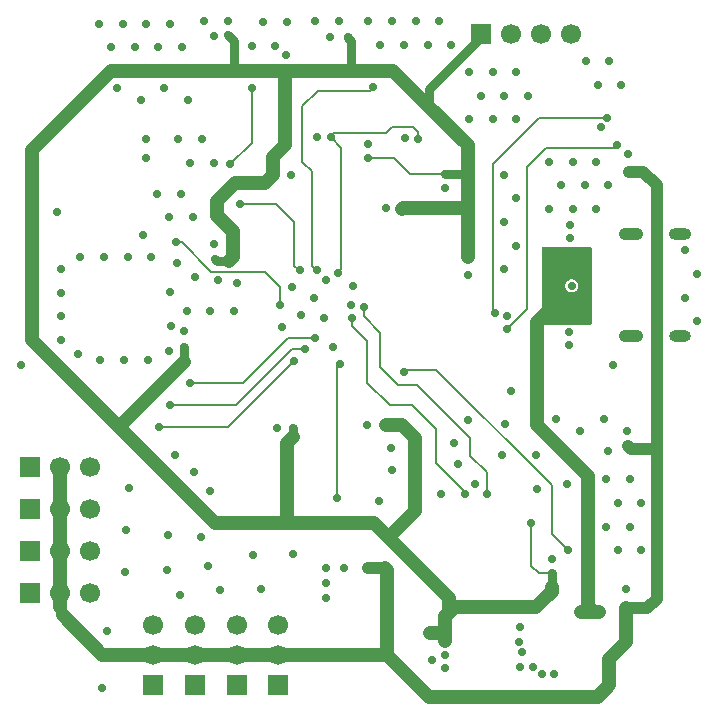
<source format=gbl>
G04 #@! TF.GenerationSoftware,KiCad,Pcbnew,9.0.4*
G04 #@! TF.CreationDate,2025-09-13T12:43:22+05:30*
G04 #@! TF.ProjectId,Udayate,55646179-6174-4652-9e6b-696361645f70,1*
G04 #@! TF.SameCoordinates,Original*
G04 #@! TF.FileFunction,Copper,L4,Bot*
G04 #@! TF.FilePolarity,Positive*
%FSLAX46Y46*%
G04 Gerber Fmt 4.6, Leading zero omitted, Abs format (unit mm)*
G04 Created by KiCad (PCBNEW 9.0.4) date 2025-09-13 12:43:22*
%MOMM*%
%LPD*%
G01*
G04 APERTURE LIST*
G04 #@! TA.AperFunction,ComponentPad*
%ADD10R,1.700000X1.700000*%
G04 #@! TD*
G04 #@! TA.AperFunction,ComponentPad*
%ADD11C,1.700000*%
G04 #@! TD*
G04 #@! TA.AperFunction,ComponentPad*
%ADD12O,2.100000X1.050000*%
G04 #@! TD*
G04 #@! TA.AperFunction,ComponentPad*
%ADD13O,1.850000X0.950000*%
G04 #@! TD*
G04 #@! TA.AperFunction,ComponentPad*
%ADD14O,1.900000X1.000000*%
G04 #@! TD*
G04 #@! TA.AperFunction,ViaPad*
%ADD15C,0.730000*%
G04 #@! TD*
G04 #@! TA.AperFunction,ViaPad*
%ADD16C,0.700000*%
G04 #@! TD*
G04 #@! TA.AperFunction,ViaPad*
%ADD17C,0.710000*%
G04 #@! TD*
G04 #@! TA.AperFunction,Conductor*
%ADD18C,1.200000*%
G04 #@! TD*
G04 #@! TA.AperFunction,Conductor*
%ADD19C,0.800000*%
G04 #@! TD*
G04 #@! TA.AperFunction,Conductor*
%ADD20C,0.200000*%
G04 #@! TD*
G04 #@! TA.AperFunction,Conductor*
%ADD21C,1.000000*%
G04 #@! TD*
G04 APERTURE END LIST*
D10*
X138240000Y-129600000D03*
D11*
X138240000Y-127060000D03*
X138240000Y-124520000D03*
D10*
X120760000Y-121800000D03*
D11*
X123300000Y-121800000D03*
X125840000Y-121800000D03*
D10*
X158920000Y-74500000D03*
D11*
X161460000Y-74500000D03*
X164000000Y-74500000D03*
X166540000Y-74500000D03*
D10*
X134700000Y-129600000D03*
D11*
X134700000Y-127060000D03*
X134700000Y-124520000D03*
D10*
X120760000Y-118260000D03*
D11*
X123300000Y-118260000D03*
X125840000Y-118260000D03*
D10*
X131160000Y-129590000D03*
D11*
X131160000Y-127050000D03*
X131160000Y-124510000D03*
D10*
X120760000Y-111180000D03*
D11*
X123300000Y-111180000D03*
X125840000Y-111180000D03*
D12*
X171620000Y-100020000D03*
X171620000Y-91380000D03*
D13*
X175800000Y-100020000D03*
D14*
X175800000Y-91380000D03*
D10*
X120760000Y-114720000D03*
D11*
X123300000Y-114720000D03*
X125840000Y-114720000D03*
D10*
X141780000Y-129590000D03*
D11*
X141780000Y-127050000D03*
X141780000Y-124510000D03*
D15*
X123400000Y-96400000D03*
D16*
X136300000Y-92300000D03*
D15*
X160900000Y-90400000D03*
D16*
X151300000Y-109500000D03*
X141637500Y-107868750D03*
D15*
X159900000Y-81700000D03*
X155400000Y-73400000D03*
X176200000Y-96800000D03*
X132500000Y-90000000D03*
X132600000Y-73600000D03*
X143000000Y-118500000D03*
X167800000Y-76800000D03*
X133200000Y-93900000D03*
X156600000Y-109100000D03*
X132500000Y-101300000D03*
D16*
X171368750Y-84631250D03*
D15*
X132600000Y-96300000D03*
X157900000Y-77700000D03*
D16*
X145800000Y-122200000D03*
D15*
X172500000Y-114200000D03*
D16*
X164900000Y-118900000D03*
D15*
X137500000Y-73400000D03*
X154400000Y-75400000D03*
D16*
X126700000Y-102100000D03*
D15*
X135800000Y-119500000D03*
X146400000Y-101000000D03*
X149400000Y-83825000D03*
X153400000Y-73400000D03*
X161900000Y-92400000D03*
X167300000Y-108100000D03*
X170800000Y-78800000D03*
X144800000Y-96800000D03*
X158900000Y-79700000D03*
X140500000Y-73500000D03*
X162265000Y-128085000D03*
X145800000Y-95300000D03*
X136700000Y-95300000D03*
X128600000Y-73600000D03*
X133000000Y-110100000D03*
X150300000Y-114000000D03*
D16*
X146165000Y-74737500D03*
D15*
X171200000Y-121500000D03*
X131500000Y-88000000D03*
X160900000Y-94400000D03*
D16*
X120000000Y-102500000D03*
X162410000Y-126840000D03*
D15*
X172500000Y-118200000D03*
X132300000Y-119900000D03*
X139600000Y-118600000D03*
X141500000Y-75500000D03*
X134000000Y-97900000D03*
X147900000Y-97400000D03*
X133400000Y-122000000D03*
X132400000Y-116900000D03*
X145600000Y-98500000D03*
X142400000Y-76300000D03*
X171300000Y-108100000D03*
X168800000Y-78800000D03*
D16*
X154800000Y-127500000D03*
X142800000Y-86400000D03*
X157800000Y-94900000D03*
D15*
X133300000Y-83400000D03*
X135500000Y-73400000D03*
X145000000Y-83200000D03*
X161500000Y-104700000D03*
X163700000Y-113000000D03*
X136800000Y-121600000D03*
X128900000Y-116500000D03*
X156400000Y-75400000D03*
X128800000Y-120000000D03*
D16*
X145800000Y-121000000D03*
X155900000Y-127100000D03*
X166500000Y-91800000D03*
X166600000Y-95800000D03*
D15*
X146900000Y-73400000D03*
X165700000Y-87300000D03*
X155500000Y-113400000D03*
X138300000Y-95600000D03*
X136000000Y-97900000D03*
D16*
X150900000Y-89200000D03*
D15*
X159900000Y-77700000D03*
X131000000Y-93400000D03*
X168700000Y-89300000D03*
X168700000Y-85300000D03*
X169800000Y-76800000D03*
X136300000Y-85400000D03*
D16*
X166500000Y-90700000D03*
D15*
X150400000Y-75400000D03*
D16*
X162180000Y-126000000D03*
D15*
X142100000Y-99300000D03*
X135300000Y-83400000D03*
X162900000Y-79700000D03*
X160900000Y-79700000D03*
X126600000Y-73600000D03*
D16*
X130700000Y-102100000D03*
X149300000Y-107600000D03*
X136339000Y-74700000D03*
D15*
X130100000Y-80100000D03*
D16*
X170067500Y-102500000D03*
D15*
X157900000Y-81700000D03*
X169500000Y-112200000D03*
X157800000Y-107200000D03*
X166200000Y-112600000D03*
X143700000Y-98300000D03*
X160900000Y-86400000D03*
D16*
X151400000Y-111400000D03*
X123000000Y-89525000D03*
D15*
X134100000Y-80100000D03*
X131600000Y-75600000D03*
X132100000Y-79100000D03*
X161900000Y-81700000D03*
X127600000Y-75600000D03*
X165300000Y-107100000D03*
X130600000Y-73600000D03*
X169500000Y-116200000D03*
D16*
X130600000Y-85000000D03*
D15*
X133500000Y-88000000D03*
D16*
X163300000Y-128100000D03*
D15*
X129000000Y-93400000D03*
X123400000Y-100400000D03*
X164700000Y-85300000D03*
X169100000Y-82400000D03*
X176200000Y-92800000D03*
X166700000Y-89300000D03*
X177200000Y-94800000D03*
D16*
X130600000Y-83400000D03*
D15*
X149400000Y-73400000D03*
X157000000Y-110900000D03*
X132700000Y-99200000D03*
D16*
X155900000Y-87500000D03*
D15*
X126800000Y-129900000D03*
X171500000Y-112200000D03*
X125000000Y-93400000D03*
X129100000Y-112900000D03*
X134300000Y-85400000D03*
D16*
X124800000Y-101600000D03*
X133800000Y-99600000D03*
D15*
X161900000Y-88400000D03*
X170500000Y-114200000D03*
X134700000Y-95100000D03*
X152400000Y-75400000D03*
X134600000Y-111600000D03*
D16*
X152500000Y-83300000D03*
X165100000Y-128700000D03*
D15*
X161100000Y-98400000D03*
X140300000Y-121500000D03*
X127000000Y-93400000D03*
X148100000Y-95800000D03*
D16*
X130300000Y-91500000D03*
D15*
X142500000Y-73500000D03*
X144900000Y-73400000D03*
X138000000Y-97900000D03*
X177200000Y-98800000D03*
X170500000Y-118200000D03*
X164700000Y-89300000D03*
X127300000Y-125000000D03*
X169700000Y-87300000D03*
X162270000Y-124700000D03*
X161900000Y-77700000D03*
X123400000Y-94400000D03*
D16*
X166400000Y-99700000D03*
X164100000Y-128700000D03*
D15*
X151400000Y-73400000D03*
X129600000Y-75600000D03*
X133600000Y-75600000D03*
X128100000Y-79100000D03*
X139500000Y-75500000D03*
X169700000Y-109800000D03*
X163600000Y-110100000D03*
X134500000Y-90000000D03*
D16*
X145800000Y-119700000D03*
D15*
X135200000Y-117100000D03*
D16*
X155900000Y-128200000D03*
D15*
X158400000Y-112600000D03*
X161000000Y-107500000D03*
D16*
X166400000Y-100800000D03*
D15*
X171500000Y-116200000D03*
X123400000Y-98400000D03*
X142900000Y-95900000D03*
D16*
X147300000Y-119700000D03*
D15*
X160700000Y-110100000D03*
X166700000Y-85300000D03*
D16*
X128700000Y-102100000D03*
D15*
X169300000Y-107100000D03*
X136000000Y-113200000D03*
X167700000Y-87300000D03*
D17*
X142300000Y-77600000D03*
X153800000Y-79900000D03*
D16*
X152200000Y-89300000D03*
D17*
X134900000Y-77600000D03*
X163200000Y-115900000D03*
D16*
X157800000Y-93400000D03*
X143037500Y-107868750D03*
X155900000Y-125850000D03*
X133800000Y-101000000D03*
X154600000Y-125200000D03*
X136400000Y-93500000D03*
X155900000Y-124500000D03*
X155900000Y-86300000D03*
X164900000Y-120100000D03*
X125750000Y-79450000D03*
X150900000Y-107600000D03*
D15*
X142300000Y-81600000D03*
X141300000Y-86400000D03*
D16*
X137500000Y-74600000D03*
X149400000Y-85000000D03*
D17*
X120900000Y-87700000D03*
D16*
X147665000Y-74737500D03*
D17*
X153300000Y-114900000D03*
D16*
X141900000Y-97400000D03*
X133100000Y-92100000D03*
X143600000Y-94500000D03*
D17*
X138500000Y-88900000D03*
D16*
X166400000Y-98500000D03*
X166500000Y-94100000D03*
X166400000Y-97500000D03*
X168900000Y-123400000D03*
X167400000Y-123400000D03*
X164600000Y-95800000D03*
X166500000Y-93020000D03*
X166400000Y-130600000D03*
X150800000Y-121100000D03*
D17*
X171200000Y-123100000D03*
D16*
X171400000Y-109400000D03*
X150800000Y-119700000D03*
X150800000Y-122500000D03*
X149400000Y-119700000D03*
X167900000Y-130600000D03*
X171468750Y-86131250D03*
D17*
X152400000Y-103100000D03*
X166250000Y-118150000D03*
X170400000Y-83900000D03*
X161100000Y-99500000D03*
D16*
X146700000Y-113800000D03*
D17*
X147000000Y-102400000D03*
X144900000Y-100200000D03*
X134300000Y-104000000D03*
X131700000Y-107800000D03*
X143100000Y-102200000D03*
X144000000Y-101200000D03*
X132600000Y-105900000D03*
X160100000Y-98100000D03*
X169600000Y-81600000D03*
X149800000Y-79000000D03*
X145000000Y-94500000D03*
X139500000Y-79100000D03*
D15*
X137700000Y-85500000D03*
D17*
X149000000Y-97600000D03*
X159400000Y-113400000D03*
X157600000Y-113400000D03*
X148000000Y-98500000D03*
X153600000Y-83400000D03*
X146800000Y-94700000D03*
X146200000Y-83200000D03*
D18*
X155900000Y-123800000D02*
X156200000Y-123500000D01*
X128050000Y-107550000D02*
X120900000Y-100400000D01*
X147900000Y-77600000D02*
X142300000Y-77600000D01*
D19*
X138000000Y-75100000D02*
X138000000Y-77600000D01*
D18*
X152300000Y-89200000D02*
X152200000Y-89300000D01*
X149900000Y-115900000D02*
X151750000Y-117750000D01*
D20*
X163800000Y-120100000D02*
X164900000Y-120100000D01*
D19*
X143037500Y-108562500D02*
X143000000Y-108600000D01*
D18*
X154550000Y-80650000D02*
X153800000Y-79900000D01*
X141300000Y-84900000D02*
X141300000Y-86400000D01*
X156200000Y-122200000D02*
X156200000Y-123500000D01*
D19*
X158920000Y-74780000D02*
X154550000Y-79150000D01*
X155900000Y-86300000D02*
X157700000Y-86300000D01*
D18*
X137900000Y-93400000D02*
X137900000Y-91200000D01*
D20*
X163200000Y-115900000D02*
X163200000Y-119500000D01*
D18*
X120900000Y-84300000D02*
X125750000Y-79450000D01*
X134900000Y-77600000D02*
X127600000Y-77600000D01*
X136600000Y-89900000D02*
X136600000Y-88600000D01*
X155900000Y-124500000D02*
X155900000Y-125200000D01*
X142300000Y-77600000D02*
X138000000Y-77600000D01*
X140600000Y-87100000D02*
X141300000Y-86400000D01*
X138100000Y-87100000D02*
X140600000Y-87100000D01*
X120900000Y-87700000D02*
X120900000Y-84300000D01*
X157800000Y-86200000D02*
X157800000Y-83900000D01*
X136600000Y-88600000D02*
X138100000Y-87100000D01*
D20*
X149400000Y-85000000D02*
X151600000Y-85000000D01*
D19*
X136400000Y-93500000D02*
X136600000Y-93700000D01*
X147900000Y-75100000D02*
X147900000Y-77600000D01*
X143037500Y-107868750D02*
X143037500Y-108562500D01*
D18*
X153800000Y-79900000D02*
X151500000Y-77600000D01*
D20*
X163200000Y-119500000D02*
X163800000Y-120100000D01*
D18*
X137900000Y-91200000D02*
X136600000Y-89900000D01*
D19*
X157700000Y-86300000D02*
X157800000Y-86200000D01*
D18*
X157800000Y-93400000D02*
X157800000Y-89200000D01*
X153300000Y-108700000D02*
X152200000Y-107600000D01*
X120900000Y-100400000D02*
X120900000Y-87700000D01*
D20*
X151600000Y-85000000D02*
X152900000Y-86300000D01*
D18*
X151750000Y-117750000D02*
X151150000Y-117150000D01*
X152200000Y-107600000D02*
X150900000Y-107600000D01*
X127600000Y-77600000D02*
X125750000Y-79450000D01*
X164500000Y-122100000D02*
X164900000Y-121700000D01*
D19*
X158920000Y-74500000D02*
X158920000Y-74780000D01*
X154550000Y-79150000D02*
X154550000Y-80650000D01*
D18*
X156200000Y-123500000D02*
X156700000Y-123000000D01*
D20*
X152900000Y-86300000D02*
X155900000Y-86300000D01*
D18*
X142500000Y-109100000D02*
X143000000Y-108600000D01*
X161900000Y-123000000D02*
X163600000Y-123000000D01*
X163600000Y-123000000D02*
X164500000Y-122100000D01*
X128550000Y-107550000D02*
X128050000Y-107550000D01*
X151500000Y-77600000D02*
X147900000Y-77600000D01*
X151150000Y-117150000D02*
X151150000Y-117050000D01*
X151150000Y-117050000D02*
X153300000Y-114900000D01*
X133800000Y-102300000D02*
X128550000Y-107550000D01*
X154600000Y-125200000D02*
X155900000Y-125200000D01*
X151750000Y-117750000D02*
X156200000Y-122200000D01*
X155900000Y-125200000D02*
X155900000Y-125850000D01*
X138000000Y-77600000D02*
X134900000Y-77600000D01*
X142500000Y-115600000D02*
X142500000Y-109100000D01*
X142300000Y-83900000D02*
X141300000Y-84900000D01*
X164900000Y-121700000D02*
X164900000Y-121300000D01*
D19*
X147665000Y-74737500D02*
X147665000Y-74865000D01*
D18*
X137600000Y-93700000D02*
X137900000Y-93400000D01*
X155900000Y-124500000D02*
X155900000Y-123800000D01*
D19*
X133800000Y-102300000D02*
X133800000Y-101000000D01*
X136600000Y-93700000D02*
X137600000Y-93700000D01*
D18*
X157800000Y-83900000D02*
X154550000Y-80650000D01*
X128050000Y-107550000D02*
X136400000Y-115900000D01*
X157800000Y-89200000D02*
X152300000Y-89200000D01*
D19*
X137500000Y-74600000D02*
X138000000Y-75100000D01*
D18*
X157800000Y-89200000D02*
X157800000Y-86200000D01*
X156700000Y-123000000D02*
X161900000Y-123000000D01*
X153300000Y-114900000D02*
X153300000Y-108700000D01*
X142300000Y-77600000D02*
X142300000Y-83900000D01*
D19*
X147665000Y-74865000D02*
X147900000Y-75100000D01*
X164900000Y-120800000D02*
X164900000Y-120100000D01*
D18*
X136400000Y-115900000D02*
X149900000Y-115900000D01*
D20*
X140600000Y-94600000D02*
X136100000Y-94600000D01*
X141900000Y-95900000D02*
X140600000Y-94600000D01*
X136100000Y-94600000D02*
X133600000Y-92100000D01*
X133600000Y-92100000D02*
X133100000Y-92100000D01*
X141900000Y-97400000D02*
X141900000Y-95900000D01*
X138500000Y-88900000D02*
X141600000Y-88900000D01*
X141600000Y-88900000D02*
X143100000Y-90400000D01*
X143100000Y-90400000D02*
X143100000Y-94100000D01*
X143500000Y-94500000D02*
X143600000Y-94500000D01*
X143100000Y-94100000D02*
X143500000Y-94500000D01*
D18*
X168500000Y-123400000D02*
X168000000Y-122900000D01*
X163700000Y-98900000D02*
X164600000Y-98000000D01*
X163700000Y-107600000D02*
X163700000Y-98900000D01*
X166400000Y-98000000D02*
X166400000Y-98500000D01*
X166400000Y-98000000D02*
X166400000Y-97500000D01*
X168000000Y-111900000D02*
X163700000Y-107600000D01*
X168000000Y-122900000D02*
X168000000Y-111900000D01*
X168900000Y-123400000D02*
X167400000Y-123400000D01*
X164600000Y-98000000D02*
X166400000Y-98000000D01*
X126850000Y-127050000D02*
X123500000Y-123700000D01*
X131170000Y-127060000D02*
X131160000Y-127050000D01*
X123300000Y-121800000D02*
X123300000Y-118260000D01*
D21*
X171600000Y-109600000D02*
X171400000Y-109400000D01*
X172631250Y-86131250D02*
X171468750Y-86131250D01*
X173800000Y-109600000D02*
X173800000Y-108400000D01*
D18*
X141780000Y-127050000D02*
X138250000Y-127050000D01*
X138240000Y-127060000D02*
X134700000Y-127060000D01*
X138250000Y-127050000D02*
X138240000Y-127060000D01*
D21*
X173000000Y-123100000D02*
X173800000Y-122300000D01*
X149400000Y-119700000D02*
X150800000Y-119700000D01*
X173800000Y-122300000D02*
X173800000Y-109600000D01*
D18*
X134700000Y-127060000D02*
X131170000Y-127060000D01*
X123300000Y-123020000D02*
X123300000Y-121800000D01*
D21*
X173800000Y-109600000D02*
X171600000Y-109600000D01*
D18*
X150950000Y-127050000D02*
X154500000Y-130600000D01*
X168800000Y-130600000D02*
X169800000Y-129600000D01*
D21*
X171200000Y-123100000D02*
X173000000Y-123100000D01*
D18*
X123300000Y-114720000D02*
X123300000Y-111180000D01*
X169800000Y-127400000D02*
X171200000Y-126000000D01*
X154500000Y-130600000D02*
X168800000Y-130600000D01*
X169800000Y-129600000D02*
X169800000Y-127400000D01*
X150950000Y-119850000D02*
X150800000Y-119700000D01*
D21*
X173800000Y-108200000D02*
X173800000Y-87300000D01*
D18*
X150950000Y-127050000D02*
X150950000Y-119850000D01*
X131160000Y-127050000D02*
X126850000Y-127050000D01*
X171200000Y-126000000D02*
X171200000Y-123100000D01*
D21*
X173800000Y-87300000D02*
X172631250Y-86131250D01*
D18*
X123300000Y-118260000D02*
X123300000Y-114720000D01*
X150950000Y-127050000D02*
X141780000Y-127050000D01*
D20*
X152600000Y-102900000D02*
X152400000Y-103100000D01*
X155100000Y-102900000D02*
X152600000Y-102900000D01*
X164900000Y-112700000D02*
X155100000Y-102900000D01*
X166250000Y-118150000D02*
X164900000Y-116800000D01*
X164900000Y-116800000D02*
X164900000Y-112700000D01*
X162800000Y-85738541D02*
X164438541Y-84100000D01*
X170200000Y-84100000D02*
X170400000Y-83900000D01*
X162800000Y-97800000D02*
X162800000Y-85738541D01*
X161100000Y-99500000D02*
X162800000Y-97800000D01*
X164438541Y-84100000D02*
X170200000Y-84100000D01*
X146700000Y-113800000D02*
X146700000Y-102700000D01*
X146700000Y-102700000D02*
X147000000Y-102400000D01*
X140700000Y-102100000D02*
X142600000Y-100200000D01*
X134300000Y-104000000D02*
X138800000Y-104000000D01*
X138800000Y-104000000D02*
X140700000Y-102100000D01*
X142600000Y-100200000D02*
X144900000Y-100200000D01*
X131700000Y-107800000D02*
X137500000Y-107800000D01*
X137500000Y-107800000D02*
X143100000Y-102200000D01*
X138200000Y-105900000D02*
X142900000Y-101200000D01*
X132600000Y-105900000D02*
X138200000Y-105900000D01*
X142900000Y-101200000D02*
X144000000Y-101200000D01*
X160100000Y-98100000D02*
X159900000Y-97900000D01*
X159900000Y-85500000D02*
X163800000Y-81600000D01*
X163800000Y-81600000D02*
X169600000Y-81600000D01*
X159900000Y-97900000D02*
X159900000Y-85500000D01*
X149800000Y-79000000D02*
X149500000Y-79300000D01*
X145100000Y-79300000D02*
X143800000Y-80600000D01*
X143800000Y-85300000D02*
X144600000Y-86100000D01*
X143800000Y-80600000D02*
X143800000Y-85300000D01*
X144600000Y-86100000D02*
X144600000Y-94100000D01*
X149500000Y-79300000D02*
X145100000Y-79300000D01*
X144600000Y-94100000D02*
X145000000Y-94500000D01*
X139500000Y-83700000D02*
X137700000Y-85500000D01*
X139500000Y-79100000D02*
X139500000Y-83700000D01*
X150400000Y-99800000D02*
X150400000Y-102700000D01*
X150400000Y-102700000D02*
X151900000Y-104200000D01*
X149000000Y-98400000D02*
X150400000Y-99800000D01*
X149000000Y-97600000D02*
X149000000Y-98400000D01*
X151900000Y-104200000D02*
X153500000Y-104200000D01*
X158000000Y-108700000D02*
X158000000Y-110200000D01*
X153500000Y-104200000D02*
X158000000Y-108700000D01*
X159400000Y-111600000D02*
X159400000Y-113400000D01*
X158000000Y-110200000D02*
X159400000Y-111600000D01*
X148000000Y-98500000D02*
X148000000Y-99200000D01*
X153100000Y-105900000D02*
X155100000Y-107900000D01*
X157600000Y-113300000D02*
X157600000Y-113400000D01*
X155100000Y-107900000D02*
X155100000Y-110800000D01*
X149300000Y-104000000D02*
X151200000Y-105900000D01*
X155100000Y-110800000D02*
X157600000Y-113300000D01*
X149300000Y-100500000D02*
X149300000Y-104000000D01*
X148000000Y-99200000D02*
X149300000Y-100500000D01*
X151200000Y-105900000D02*
X153100000Y-105900000D01*
X146500000Y-82900000D02*
X146200000Y-83200000D01*
X147100000Y-94400000D02*
X147100000Y-84100000D01*
X153600000Y-83400000D02*
X153600000Y-82800000D01*
X153200000Y-82400000D02*
X151400000Y-82400000D01*
X151400000Y-82400000D02*
X150900000Y-82900000D01*
X153600000Y-82800000D02*
X153200000Y-82400000D01*
X150900000Y-82900000D02*
X146500000Y-82900000D01*
X147100000Y-84100000D02*
X146200000Y-83200000D01*
X146800000Y-94700000D02*
X147100000Y-94400000D01*
G04 #@! TA.AperFunction,Conductor*
G36*
X168243039Y-92519685D02*
G01*
X168288794Y-92572489D01*
X168300000Y-92624000D01*
X168300000Y-98976000D01*
X168280315Y-99043039D01*
X168227511Y-99088794D01*
X168176000Y-99100000D01*
X164224000Y-99100000D01*
X164156961Y-99080315D01*
X164111206Y-99027511D01*
X164100000Y-98976000D01*
X164100000Y-95727525D01*
X166049500Y-95727525D01*
X166049500Y-95872475D01*
X166087016Y-96012485D01*
X166087017Y-96012488D01*
X166159488Y-96138011D01*
X166159490Y-96138013D01*
X166159491Y-96138015D01*
X166261985Y-96240509D01*
X166261986Y-96240510D01*
X166261988Y-96240511D01*
X166387511Y-96312982D01*
X166387512Y-96312982D01*
X166387515Y-96312984D01*
X166527525Y-96350500D01*
X166527528Y-96350500D01*
X166672472Y-96350500D01*
X166672475Y-96350500D01*
X166812485Y-96312984D01*
X166938015Y-96240509D01*
X167040509Y-96138015D01*
X167112984Y-96012485D01*
X167150500Y-95872475D01*
X167150500Y-95727525D01*
X167112984Y-95587515D01*
X167040509Y-95461985D01*
X166938015Y-95359491D01*
X166938013Y-95359490D01*
X166938011Y-95359488D01*
X166812488Y-95287017D01*
X166812489Y-95287017D01*
X166801006Y-95283940D01*
X166672475Y-95249500D01*
X166527525Y-95249500D01*
X166398993Y-95283940D01*
X166387511Y-95287017D01*
X166261988Y-95359488D01*
X166261982Y-95359493D01*
X166159493Y-95461982D01*
X166159488Y-95461988D01*
X166087017Y-95587511D01*
X166087016Y-95587515D01*
X166049500Y-95727525D01*
X164100000Y-95727525D01*
X164100000Y-92624000D01*
X164119685Y-92556961D01*
X164172489Y-92511206D01*
X164224000Y-92500000D01*
X168176000Y-92500000D01*
X168243039Y-92519685D01*
G37*
G04 #@! TD.AperFunction*
M02*

</source>
